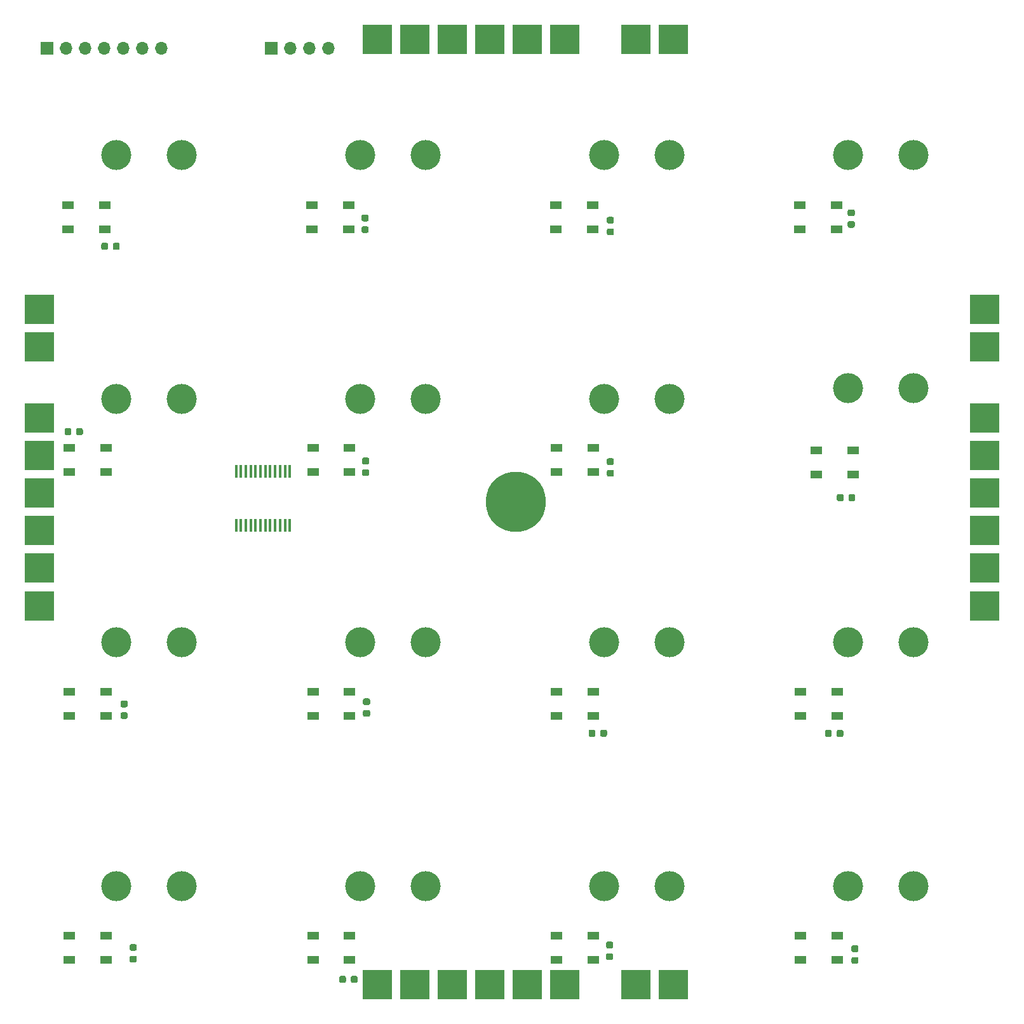
<source format=gbr>
%TF.GenerationSoftware,KiCad,Pcbnew,(5.1.7-0-10_14)*%
%TF.CreationDate,2020-11-04T15:25:09-03:00*%
%TF.ProjectId,Aracde button 24mm 4x4 - 3,41726163-6465-4206-9275-74746f6e2032,rev?*%
%TF.SameCoordinates,Original*%
%TF.FileFunction,Soldermask,Top*%
%TF.FilePolarity,Negative*%
%FSLAX46Y46*%
G04 Gerber Fmt 4.6, Leading zero omitted, Abs format (unit mm)*
G04 Created by KiCad (PCBNEW (5.1.7-0-10_14)) date 2020-11-04 15:25:09*
%MOMM*%
%LPD*%
G01*
G04 APERTURE LIST*
%ADD10C,4.000000*%
%ADD11C,8.000000*%
%ADD12R,1.500000X1.000000*%
%ADD13R,4.000000X4.000000*%
%ADD14R,1.700000X1.700000*%
%ADD15O,1.700000X1.700000*%
%ADD16R,0.450000X1.750000*%
G04 APERTURE END LIST*
D10*
%TO.C,SW7*%
X99750000Y-132400000D03*
X108500000Y-132400000D03*
%TD*%
%TO.C,SW2*%
X67250000Y-99900000D03*
X76000000Y-99900000D03*
%TD*%
%TO.C,SW5*%
X99750000Y-67400000D03*
X108500000Y-67400000D03*
%TD*%
%TO.C,SW16*%
X164750000Y-164900000D03*
X173500000Y-164900000D03*
%TD*%
%TO.C,SW6*%
X99750000Y-99900000D03*
X108500000Y-99900000D03*
%TD*%
D11*
%TO.C,REF\u002A\u002A*%
X120500000Y-113650000D03*
%TD*%
D10*
%TO.C,SW1*%
X76000000Y-67400000D03*
X67250000Y-67400000D03*
%TD*%
D12*
%TO.C,D1*%
X65750000Y-77300000D03*
X65750000Y-74100000D03*
X60850000Y-77300000D03*
X60850000Y-74100000D03*
%TD*%
D13*
%TO.C,4067_pads1*%
X183000000Y-127500000D03*
X183000000Y-122500000D03*
X183000000Y-112500000D03*
X183000000Y-117500000D03*
X183000000Y-102500000D03*
X183000000Y-107500000D03*
%TD*%
%TO.C,4067_pads2*%
X102000000Y-52000000D03*
X107000000Y-52000000D03*
X117000000Y-52000000D03*
X112000000Y-52000000D03*
X127000000Y-52000000D03*
X122000000Y-52000000D03*
%TD*%
%TO.C,4067_pads3*%
X57000000Y-127500000D03*
X57000000Y-122500000D03*
X57000000Y-112500000D03*
X57000000Y-117500000D03*
X57000000Y-102500000D03*
X57000000Y-107500000D03*
%TD*%
%TO.C,4067_pads4*%
X102000000Y-178000000D03*
X107000000Y-178000000D03*
X117000000Y-178000000D03*
X112000000Y-178000000D03*
X127000000Y-178000000D03*
X122000000Y-178000000D03*
%TD*%
%TO.C,ws2812b_pads4*%
X57000000Y-93000000D03*
X57000000Y-88000000D03*
%TD*%
%TO.C,ws2812b_pads1*%
X136500000Y-178000000D03*
X141500000Y-178000000D03*
%TD*%
%TO.C,ws2812b_pads3*%
X183000000Y-93000000D03*
X183000000Y-88000000D03*
%TD*%
%TO.C,ws2812b_pads2*%
X136500000Y-52000000D03*
X141500000Y-52000000D03*
%TD*%
D10*
%TO.C,SW3*%
X67250000Y-132400000D03*
X76000000Y-132400000D03*
%TD*%
%TO.C,SW4*%
X67250000Y-164900000D03*
X76000000Y-164900000D03*
%TD*%
%TO.C,SW8*%
X99750000Y-164900000D03*
X108500000Y-164900000D03*
%TD*%
%TO.C,SW9*%
X132250000Y-67400000D03*
X141000000Y-67400000D03*
%TD*%
%TO.C,SW10*%
X132250000Y-99900000D03*
X141000000Y-99900000D03*
%TD*%
%TO.C,SW11*%
X132250000Y-132400000D03*
X141000000Y-132400000D03*
%TD*%
%TO.C,SW12*%
X132250000Y-164900000D03*
X141000000Y-164900000D03*
%TD*%
%TO.C,SW13*%
X164750000Y-67400000D03*
X173500000Y-67400000D03*
%TD*%
%TO.C,SW14*%
X164750000Y-98500000D03*
X173500000Y-98500000D03*
%TD*%
%TO.C,SW15*%
X164750000Y-132400000D03*
X173500000Y-132400000D03*
%TD*%
D14*
%TO.C,4067_pins1*%
X58000000Y-53200000D03*
D15*
X60540000Y-53200000D03*
X63080000Y-53200000D03*
X65620000Y-53200000D03*
X68160000Y-53200000D03*
X70700000Y-53200000D03*
X73240000Y-53200000D03*
%TD*%
D12*
%TO.C,D5*%
X125850000Y-74100000D03*
X125850000Y-77300000D03*
X130750000Y-74100000D03*
X130750000Y-77300000D03*
%TD*%
%TO.C,D9*%
X65850000Y-109700000D03*
X65850000Y-106500000D03*
X60950000Y-109700000D03*
X60950000Y-106500000D03*
%TD*%
%TO.C,D13*%
X130850000Y-109700000D03*
X130850000Y-106500000D03*
X125950000Y-109700000D03*
X125950000Y-106500000D03*
%TD*%
%TO.C,D3*%
X98250000Y-77300000D03*
X98250000Y-74100000D03*
X93350000Y-77300000D03*
X93350000Y-74100000D03*
%TD*%
%TO.C,D7*%
X158350000Y-74100000D03*
X158350000Y-77300000D03*
X163250000Y-74100000D03*
X163250000Y-77300000D03*
%TD*%
%TO.C,D11*%
X98350000Y-109700000D03*
X98350000Y-106500000D03*
X93450000Y-109700000D03*
X93450000Y-106500000D03*
%TD*%
%TO.C,D15*%
X165450000Y-110000000D03*
X165450000Y-106800000D03*
X160550000Y-110000000D03*
X160550000Y-106800000D03*
%TD*%
%TO.C,D17*%
X65850000Y-142200000D03*
X65850000Y-139000000D03*
X60950000Y-142200000D03*
X60950000Y-139000000D03*
%TD*%
%TO.C,D21*%
X125950000Y-139000000D03*
X125950000Y-142200000D03*
X130850000Y-139000000D03*
X130850000Y-142200000D03*
%TD*%
%TO.C,D25*%
X65850000Y-174700000D03*
X65850000Y-171500000D03*
X60950000Y-174700000D03*
X60950000Y-171500000D03*
%TD*%
%TO.C,D29*%
X130850000Y-174700000D03*
X130850000Y-171500000D03*
X125950000Y-174700000D03*
X125950000Y-171500000D03*
%TD*%
%TO.C,D19*%
X98350000Y-142200000D03*
X98350000Y-139000000D03*
X93450000Y-142200000D03*
X93450000Y-139000000D03*
%TD*%
%TO.C,D23*%
X163350000Y-142200000D03*
X163350000Y-139000000D03*
X158450000Y-142200000D03*
X158450000Y-139000000D03*
%TD*%
%TO.C,D27*%
X98350000Y-174700000D03*
X98350000Y-171500000D03*
X93450000Y-174700000D03*
X93450000Y-171500000D03*
%TD*%
%TO.C,D31*%
X158450000Y-171500000D03*
X158450000Y-174700000D03*
X163350000Y-171500000D03*
X163350000Y-174700000D03*
%TD*%
%TO.C,C1*%
G36*
G01*
X66150000Y-79350000D02*
X66150000Y-79850000D01*
G75*
G02*
X65925000Y-80075000I-225000J0D01*
G01*
X65475000Y-80075000D01*
G75*
G02*
X65250000Y-79850000I0J225000D01*
G01*
X65250000Y-79350000D01*
G75*
G02*
X65475000Y-79125000I225000J0D01*
G01*
X65925000Y-79125000D01*
G75*
G02*
X66150000Y-79350000I0J-225000D01*
G01*
G37*
G36*
G01*
X67700000Y-79350000D02*
X67700000Y-79850000D01*
G75*
G02*
X67475000Y-80075000I-225000J0D01*
G01*
X67025000Y-80075000D01*
G75*
G02*
X66800000Y-79850000I0J225000D01*
G01*
X66800000Y-79350000D01*
G75*
G02*
X67025000Y-79125000I225000J0D01*
G01*
X67475000Y-79125000D01*
G75*
G02*
X67700000Y-79350000I0J-225000D01*
G01*
G37*
%TD*%
%TO.C,C2*%
G36*
G01*
X100650000Y-77825000D02*
X100150000Y-77825000D01*
G75*
G02*
X99925000Y-77600000I0J225000D01*
G01*
X99925000Y-77150000D01*
G75*
G02*
X100150000Y-76925000I225000J0D01*
G01*
X100650000Y-76925000D01*
G75*
G02*
X100875000Y-77150000I0J-225000D01*
G01*
X100875000Y-77600000D01*
G75*
G02*
X100650000Y-77825000I-225000J0D01*
G01*
G37*
G36*
G01*
X100650000Y-76275000D02*
X100150000Y-76275000D01*
G75*
G02*
X99925000Y-76050000I0J225000D01*
G01*
X99925000Y-75600000D01*
G75*
G02*
X100150000Y-75375000I225000J0D01*
G01*
X100650000Y-75375000D01*
G75*
G02*
X100875000Y-75600000I0J-225000D01*
G01*
X100875000Y-76050000D01*
G75*
G02*
X100650000Y-76275000I-225000J0D01*
G01*
G37*
%TD*%
%TO.C,C3*%
G36*
G01*
X133350000Y-78125000D02*
X132850000Y-78125000D01*
G75*
G02*
X132625000Y-77900000I0J225000D01*
G01*
X132625000Y-77450000D01*
G75*
G02*
X132850000Y-77225000I225000J0D01*
G01*
X133350000Y-77225000D01*
G75*
G02*
X133575000Y-77450000I0J-225000D01*
G01*
X133575000Y-77900000D01*
G75*
G02*
X133350000Y-78125000I-225000J0D01*
G01*
G37*
G36*
G01*
X133350000Y-76575000D02*
X132850000Y-76575000D01*
G75*
G02*
X132625000Y-76350000I0J225000D01*
G01*
X132625000Y-75900000D01*
G75*
G02*
X132850000Y-75675000I225000J0D01*
G01*
X133350000Y-75675000D01*
G75*
G02*
X133575000Y-75900000I0J-225000D01*
G01*
X133575000Y-76350000D01*
G75*
G02*
X133350000Y-76575000I-225000J0D01*
G01*
G37*
%TD*%
%TO.C,C4*%
G36*
G01*
X165450000Y-77125000D02*
X164950000Y-77125000D01*
G75*
G02*
X164725000Y-76900000I0J225000D01*
G01*
X164725000Y-76450000D01*
G75*
G02*
X164950000Y-76225000I225000J0D01*
G01*
X165450000Y-76225000D01*
G75*
G02*
X165675000Y-76450000I0J-225000D01*
G01*
X165675000Y-76900000D01*
G75*
G02*
X165450000Y-77125000I-225000J0D01*
G01*
G37*
G36*
G01*
X165450000Y-75575000D02*
X164950000Y-75575000D01*
G75*
G02*
X164725000Y-75350000I0J225000D01*
G01*
X164725000Y-74900000D01*
G75*
G02*
X164950000Y-74675000I225000J0D01*
G01*
X165450000Y-74675000D01*
G75*
G02*
X165675000Y-74900000I0J-225000D01*
G01*
X165675000Y-75350000D01*
G75*
G02*
X165450000Y-75575000I-225000J0D01*
G01*
G37*
%TD*%
%TO.C,C5*%
G36*
G01*
X62800000Y-104050000D02*
X62800000Y-104550000D01*
G75*
G02*
X62575000Y-104775000I-225000J0D01*
G01*
X62125000Y-104775000D01*
G75*
G02*
X61900000Y-104550000I0J225000D01*
G01*
X61900000Y-104050000D01*
G75*
G02*
X62125000Y-103825000I225000J0D01*
G01*
X62575000Y-103825000D01*
G75*
G02*
X62800000Y-104050000I0J-225000D01*
G01*
G37*
G36*
G01*
X61250000Y-104050000D02*
X61250000Y-104550000D01*
G75*
G02*
X61025000Y-104775000I-225000J0D01*
G01*
X60575000Y-104775000D01*
G75*
G02*
X60350000Y-104550000I0J225000D01*
G01*
X60350000Y-104050000D01*
G75*
G02*
X60575000Y-103825000I225000J0D01*
G01*
X61025000Y-103825000D01*
G75*
G02*
X61250000Y-104050000I0J-225000D01*
G01*
G37*
%TD*%
%TO.C,C6*%
G36*
G01*
X100730000Y-108660000D02*
X100230000Y-108660000D01*
G75*
G02*
X100005000Y-108435000I0J225000D01*
G01*
X100005000Y-107985000D01*
G75*
G02*
X100230000Y-107760000I225000J0D01*
G01*
X100730000Y-107760000D01*
G75*
G02*
X100955000Y-107985000I0J-225000D01*
G01*
X100955000Y-108435000D01*
G75*
G02*
X100730000Y-108660000I-225000J0D01*
G01*
G37*
G36*
G01*
X100730000Y-110210000D02*
X100230000Y-110210000D01*
G75*
G02*
X100005000Y-109985000I0J225000D01*
G01*
X100005000Y-109535000D01*
G75*
G02*
X100230000Y-109310000I225000J0D01*
G01*
X100730000Y-109310000D01*
G75*
G02*
X100955000Y-109535000I0J-225000D01*
G01*
X100955000Y-109985000D01*
G75*
G02*
X100730000Y-110210000I-225000J0D01*
G01*
G37*
%TD*%
%TO.C,C7*%
G36*
G01*
X133350000Y-108750000D02*
X132850000Y-108750000D01*
G75*
G02*
X132625000Y-108525000I0J225000D01*
G01*
X132625000Y-108075000D01*
G75*
G02*
X132850000Y-107850000I225000J0D01*
G01*
X133350000Y-107850000D01*
G75*
G02*
X133575000Y-108075000I0J-225000D01*
G01*
X133575000Y-108525000D01*
G75*
G02*
X133350000Y-108750000I-225000J0D01*
G01*
G37*
G36*
G01*
X133350000Y-110300000D02*
X132850000Y-110300000D01*
G75*
G02*
X132625000Y-110075000I0J225000D01*
G01*
X132625000Y-109625000D01*
G75*
G02*
X132850000Y-109400000I225000J0D01*
G01*
X133350000Y-109400000D01*
G75*
G02*
X133575000Y-109625000I0J-225000D01*
G01*
X133575000Y-110075000D01*
G75*
G02*
X133350000Y-110300000I-225000J0D01*
G01*
G37*
%TD*%
%TO.C,C8*%
G36*
G01*
X164190000Y-112850000D02*
X164190000Y-113350000D01*
G75*
G02*
X163965000Y-113575000I-225000J0D01*
G01*
X163515000Y-113575000D01*
G75*
G02*
X163290000Y-113350000I0J225000D01*
G01*
X163290000Y-112850000D01*
G75*
G02*
X163515000Y-112625000I225000J0D01*
G01*
X163965000Y-112625000D01*
G75*
G02*
X164190000Y-112850000I0J-225000D01*
G01*
G37*
G36*
G01*
X165740000Y-112850000D02*
X165740000Y-113350000D01*
G75*
G02*
X165515000Y-113575000I-225000J0D01*
G01*
X165065000Y-113575000D01*
G75*
G02*
X164840000Y-113350000I0J225000D01*
G01*
X164840000Y-112850000D01*
G75*
G02*
X165065000Y-112625000I225000J0D01*
G01*
X165515000Y-112625000D01*
G75*
G02*
X165740000Y-112850000I0J-225000D01*
G01*
G37*
%TD*%
%TO.C,C9*%
G36*
G01*
X68545000Y-141045000D02*
X68045000Y-141045000D01*
G75*
G02*
X67820000Y-140820000I0J225000D01*
G01*
X67820000Y-140370000D01*
G75*
G02*
X68045000Y-140145000I225000J0D01*
G01*
X68545000Y-140145000D01*
G75*
G02*
X68770000Y-140370000I0J-225000D01*
G01*
X68770000Y-140820000D01*
G75*
G02*
X68545000Y-141045000I-225000J0D01*
G01*
G37*
G36*
G01*
X68545000Y-142595000D02*
X68045000Y-142595000D01*
G75*
G02*
X67820000Y-142370000I0J225000D01*
G01*
X67820000Y-141920000D01*
G75*
G02*
X68045000Y-141695000I225000J0D01*
G01*
X68545000Y-141695000D01*
G75*
G02*
X68770000Y-141920000I0J-225000D01*
G01*
X68770000Y-142370000D01*
G75*
G02*
X68545000Y-142595000I-225000J0D01*
G01*
G37*
%TD*%
%TO.C,C10*%
G36*
G01*
X100850000Y-140750000D02*
X100350000Y-140750000D01*
G75*
G02*
X100125000Y-140525000I0J225000D01*
G01*
X100125000Y-140075000D01*
G75*
G02*
X100350000Y-139850000I225000J0D01*
G01*
X100850000Y-139850000D01*
G75*
G02*
X101075000Y-140075000I0J-225000D01*
G01*
X101075000Y-140525000D01*
G75*
G02*
X100850000Y-140750000I-225000J0D01*
G01*
G37*
G36*
G01*
X100850000Y-142300000D02*
X100350000Y-142300000D01*
G75*
G02*
X100125000Y-142075000I0J225000D01*
G01*
X100125000Y-141625000D01*
G75*
G02*
X100350000Y-141400000I225000J0D01*
G01*
X100850000Y-141400000D01*
G75*
G02*
X101075000Y-141625000I0J-225000D01*
G01*
X101075000Y-142075000D01*
G75*
G02*
X100850000Y-142300000I-225000J0D01*
G01*
G37*
%TD*%
%TO.C,C11*%
G36*
G01*
X131750000Y-144750000D02*
X131750000Y-144250000D01*
G75*
G02*
X131975000Y-144025000I225000J0D01*
G01*
X132425000Y-144025000D01*
G75*
G02*
X132650000Y-144250000I0J-225000D01*
G01*
X132650000Y-144750000D01*
G75*
G02*
X132425000Y-144975000I-225000J0D01*
G01*
X131975000Y-144975000D01*
G75*
G02*
X131750000Y-144750000I0J225000D01*
G01*
G37*
G36*
G01*
X130200000Y-144750000D02*
X130200000Y-144250000D01*
G75*
G02*
X130425000Y-144025000I225000J0D01*
G01*
X130875000Y-144025000D01*
G75*
G02*
X131100000Y-144250000I0J-225000D01*
G01*
X131100000Y-144750000D01*
G75*
G02*
X130875000Y-144975000I-225000J0D01*
G01*
X130425000Y-144975000D01*
G75*
G02*
X130200000Y-144750000I0J225000D01*
G01*
G37*
%TD*%
%TO.C,C12*%
G36*
G01*
X164160000Y-144270000D02*
X164160000Y-144770000D01*
G75*
G02*
X163935000Y-144995000I-225000J0D01*
G01*
X163485000Y-144995000D01*
G75*
G02*
X163260000Y-144770000I0J225000D01*
G01*
X163260000Y-144270000D01*
G75*
G02*
X163485000Y-144045000I225000J0D01*
G01*
X163935000Y-144045000D01*
G75*
G02*
X164160000Y-144270000I0J-225000D01*
G01*
G37*
G36*
G01*
X162610000Y-144270000D02*
X162610000Y-144770000D01*
G75*
G02*
X162385000Y-144995000I-225000J0D01*
G01*
X161935000Y-144995000D01*
G75*
G02*
X161710000Y-144770000I0J225000D01*
G01*
X161710000Y-144270000D01*
G75*
G02*
X161935000Y-144045000I225000J0D01*
G01*
X162385000Y-144045000D01*
G75*
G02*
X162610000Y-144270000I0J-225000D01*
G01*
G37*
%TD*%
%TO.C,C13*%
G36*
G01*
X69750000Y-175050000D02*
X69250000Y-175050000D01*
G75*
G02*
X69025000Y-174825000I0J225000D01*
G01*
X69025000Y-174375000D01*
G75*
G02*
X69250000Y-174150000I225000J0D01*
G01*
X69750000Y-174150000D01*
G75*
G02*
X69975000Y-174375000I0J-225000D01*
G01*
X69975000Y-174825000D01*
G75*
G02*
X69750000Y-175050000I-225000J0D01*
G01*
G37*
G36*
G01*
X69750000Y-173500000D02*
X69250000Y-173500000D01*
G75*
G02*
X69025000Y-173275000I0J225000D01*
G01*
X69025000Y-172825000D01*
G75*
G02*
X69250000Y-172600000I225000J0D01*
G01*
X69750000Y-172600000D01*
G75*
G02*
X69975000Y-172825000I0J-225000D01*
G01*
X69975000Y-173275000D01*
G75*
G02*
X69750000Y-173500000I-225000J0D01*
G01*
G37*
%TD*%
%TO.C,C14*%
G36*
G01*
X99410000Y-177060000D02*
X99410000Y-177560000D01*
G75*
G02*
X99185000Y-177785000I-225000J0D01*
G01*
X98735000Y-177785000D01*
G75*
G02*
X98510000Y-177560000I0J225000D01*
G01*
X98510000Y-177060000D01*
G75*
G02*
X98735000Y-176835000I225000J0D01*
G01*
X99185000Y-176835000D01*
G75*
G02*
X99410000Y-177060000I0J-225000D01*
G01*
G37*
G36*
G01*
X97860000Y-177060000D02*
X97860000Y-177560000D01*
G75*
G02*
X97635000Y-177785000I-225000J0D01*
G01*
X97185000Y-177785000D01*
G75*
G02*
X96960000Y-177560000I0J225000D01*
G01*
X96960000Y-177060000D01*
G75*
G02*
X97185000Y-176835000I225000J0D01*
G01*
X97635000Y-176835000D01*
G75*
G02*
X97860000Y-177060000I0J-225000D01*
G01*
G37*
%TD*%
%TO.C,C15*%
G36*
G01*
X133250000Y-174725000D02*
X132750000Y-174725000D01*
G75*
G02*
X132525000Y-174500000I0J225000D01*
G01*
X132525000Y-174050000D01*
G75*
G02*
X132750000Y-173825000I225000J0D01*
G01*
X133250000Y-173825000D01*
G75*
G02*
X133475000Y-174050000I0J-225000D01*
G01*
X133475000Y-174500000D01*
G75*
G02*
X133250000Y-174725000I-225000J0D01*
G01*
G37*
G36*
G01*
X133250000Y-173175000D02*
X132750000Y-173175000D01*
G75*
G02*
X132525000Y-172950000I0J225000D01*
G01*
X132525000Y-172500000D01*
G75*
G02*
X132750000Y-172275000I225000J0D01*
G01*
X133250000Y-172275000D01*
G75*
G02*
X133475000Y-172500000I0J-225000D01*
G01*
X133475000Y-172950000D01*
G75*
G02*
X133250000Y-173175000I-225000J0D01*
G01*
G37*
%TD*%
%TO.C,C16*%
G36*
G01*
X165950000Y-173670000D02*
X165450000Y-173670000D01*
G75*
G02*
X165225000Y-173445000I0J225000D01*
G01*
X165225000Y-172995000D01*
G75*
G02*
X165450000Y-172770000I225000J0D01*
G01*
X165950000Y-172770000D01*
G75*
G02*
X166175000Y-172995000I0J-225000D01*
G01*
X166175000Y-173445000D01*
G75*
G02*
X165950000Y-173670000I-225000J0D01*
G01*
G37*
G36*
G01*
X165950000Y-175220000D02*
X165450000Y-175220000D01*
G75*
G02*
X165225000Y-174995000I0J225000D01*
G01*
X165225000Y-174545000D01*
G75*
G02*
X165450000Y-174320000I225000J0D01*
G01*
X165950000Y-174320000D01*
G75*
G02*
X166175000Y-174545000I0J-225000D01*
G01*
X166175000Y-174995000D01*
G75*
G02*
X165950000Y-175220000I-225000J0D01*
G01*
G37*
%TD*%
D14*
%TO.C,ws2812b_pins4*%
X87900000Y-53200000D03*
D15*
X90440000Y-53200000D03*
X92980000Y-53200000D03*
X95520000Y-53200000D03*
%TD*%
D16*
%TO.C,74hc4067*%
X83225000Y-116800000D03*
X83875000Y-116800000D03*
X84525000Y-116800000D03*
X85175000Y-116800000D03*
X85825000Y-116800000D03*
X86475000Y-116800000D03*
X87125000Y-116800000D03*
X87775000Y-116800000D03*
X88425000Y-116800000D03*
X89075000Y-116800000D03*
X89725000Y-116800000D03*
X90375000Y-116800000D03*
X90375000Y-109600000D03*
X89725000Y-109600000D03*
X89075000Y-109600000D03*
X88425000Y-109600000D03*
X87775000Y-109600000D03*
X87125000Y-109600000D03*
X86475000Y-109600000D03*
X85825000Y-109600000D03*
X85175000Y-109600000D03*
X84525000Y-109600000D03*
X83875000Y-109600000D03*
X83225000Y-109600000D03*
%TD*%
M02*

</source>
